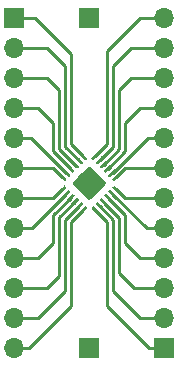
<source format=gbr>
G04 #@! TF.GenerationSoftware,KiCad,Pcbnew,(5.0.0-3-g5ebb6b6)*
G04 #@! TF.CreationDate,2019-01-26T00:17:38+00:00*
G04 #@! TF.ProjectId,QFN24_DIP,51464E32345F4449502E6B696361645F,rev?*
G04 #@! TF.SameCoordinates,Original*
G04 #@! TF.FileFunction,Copper,L1,Top,Signal*
G04 #@! TF.FilePolarity,Positive*
%FSLAX46Y46*%
G04 Gerber Fmt 4.6, Leading zero omitted, Abs format (unit mm)*
G04 Created by KiCad (PCBNEW (5.0.0-3-g5ebb6b6)) date Saturday, 26 January 2019 at 00:17:38*
%MOMM*%
%LPD*%
G01*
G04 APERTURE LIST*
G04 #@! TA.AperFunction,ComponentPad*
%ADD10R,1.700000X1.700000*%
G04 #@! TD*
G04 #@! TA.AperFunction,ComponentPad*
%ADD11O,1.700000X1.700000*%
G04 #@! TD*
G04 #@! TA.AperFunction,Conductor*
%ADD12C,0.100000*%
G04 #@! TD*
G04 #@! TA.AperFunction,SMDPad,CuDef*
%ADD13C,2.100000*%
G04 #@! TD*
G04 #@! TA.AperFunction,ViaPad*
%ADD14C,0.500000*%
G04 #@! TD*
G04 #@! TA.AperFunction,SMDPad,CuDef*
%ADD15C,0.250000*%
G04 #@! TD*
G04 #@! TA.AperFunction,Conductor*
%ADD16C,0.250000*%
G04 #@! TD*
G04 APERTURE END LIST*
D10*
G04 #@! TO.P,J1,1*
G04 #@! TO.N,/1*
X101600000Y-76200000D03*
D11*
G04 #@! TO.P,J1,2*
G04 #@! TO.N,/2*
X101600000Y-78740000D03*
G04 #@! TO.P,J1,3*
G04 #@! TO.N,/3*
X101600000Y-81280000D03*
G04 #@! TO.P,J1,4*
G04 #@! TO.N,/4*
X101600000Y-83820000D03*
G04 #@! TO.P,J1,5*
G04 #@! TO.N,/5*
X101600000Y-86360000D03*
G04 #@! TO.P,J1,6*
G04 #@! TO.N,/6*
X101600000Y-88900000D03*
G04 #@! TO.P,J1,7*
G04 #@! TO.N,/7*
X101600000Y-91440000D03*
G04 #@! TO.P,J1,8*
G04 #@! TO.N,/8*
X101600000Y-93980000D03*
G04 #@! TO.P,J1,9*
G04 #@! TO.N,/9*
X101600000Y-96520000D03*
G04 #@! TO.P,J1,10*
G04 #@! TO.N,/10*
X101600000Y-99060000D03*
G04 #@! TO.P,J1,11*
G04 #@! TO.N,/11*
X101600000Y-101600000D03*
G04 #@! TO.P,J1,12*
G04 #@! TO.N,/12*
X101600000Y-104140000D03*
G04 #@! TD*
G04 #@! TO.P,J2,12*
G04 #@! TO.N,/24*
X114300000Y-76200000D03*
G04 #@! TO.P,J2,11*
G04 #@! TO.N,/23*
X114300000Y-78740000D03*
G04 #@! TO.P,J2,10*
G04 #@! TO.N,/22*
X114300000Y-81280000D03*
G04 #@! TO.P,J2,9*
G04 #@! TO.N,/21*
X114300000Y-83820000D03*
G04 #@! TO.P,J2,8*
G04 #@! TO.N,/20*
X114300000Y-86360000D03*
G04 #@! TO.P,J2,7*
G04 #@! TO.N,/19*
X114300000Y-88900000D03*
G04 #@! TO.P,J2,6*
G04 #@! TO.N,/18*
X114300000Y-91440000D03*
G04 #@! TO.P,J2,5*
G04 #@! TO.N,/17*
X114300000Y-93980000D03*
G04 #@! TO.P,J2,4*
G04 #@! TO.N,/16*
X114300000Y-96520000D03*
G04 #@! TO.P,J2,3*
G04 #@! TO.N,/15*
X114300000Y-99060000D03*
G04 #@! TO.P,J2,2*
G04 #@! TO.N,/14*
X114300000Y-101600000D03*
D10*
G04 #@! TO.P,J2,1*
G04 #@! TO.N,/13*
X114300000Y-104140000D03*
G04 #@! TD*
G04 #@! TO.P,J3,1*
G04 #@! TO.N,/THERMALPAD*
X107950000Y-76200000D03*
G04 #@! TD*
G04 #@! TO.P,J4,1*
G04 #@! TO.N,/THERMALPAD*
X107950000Y-104140000D03*
G04 #@! TD*
D12*
G04 #@! TO.N,/THERMALPAD*
G04 #@! TO.C,U1*
G36*
X107974504Y-88789833D02*
X107998773Y-88793433D01*
X108022571Y-88799394D01*
X108045671Y-88807659D01*
X108067849Y-88818149D01*
X108088893Y-88830762D01*
X108108598Y-88845376D01*
X108126777Y-88861852D01*
X109258148Y-89993223D01*
X109274624Y-90011402D01*
X109289238Y-90031107D01*
X109301851Y-90052151D01*
X109312341Y-90074329D01*
X109320606Y-90097429D01*
X109326567Y-90121227D01*
X109330167Y-90145496D01*
X109331371Y-90170000D01*
X109330167Y-90194504D01*
X109326567Y-90218773D01*
X109320606Y-90242571D01*
X109312341Y-90265671D01*
X109301851Y-90287849D01*
X109289238Y-90308893D01*
X109274624Y-90328598D01*
X109258148Y-90346777D01*
X108126777Y-91478148D01*
X108108598Y-91494624D01*
X108088893Y-91509238D01*
X108067849Y-91521851D01*
X108045671Y-91532341D01*
X108022571Y-91540606D01*
X107998773Y-91546567D01*
X107974504Y-91550167D01*
X107950000Y-91551371D01*
X107925496Y-91550167D01*
X107901227Y-91546567D01*
X107877429Y-91540606D01*
X107854329Y-91532341D01*
X107832151Y-91521851D01*
X107811107Y-91509238D01*
X107791402Y-91494624D01*
X107773223Y-91478148D01*
X106641852Y-90346777D01*
X106625376Y-90328598D01*
X106610762Y-90308893D01*
X106598149Y-90287849D01*
X106587659Y-90265671D01*
X106579394Y-90242571D01*
X106573433Y-90218773D01*
X106569833Y-90194504D01*
X106568629Y-90170000D01*
X106569833Y-90145496D01*
X106573433Y-90121227D01*
X106579394Y-90097429D01*
X106587659Y-90074329D01*
X106598149Y-90052151D01*
X106610762Y-90031107D01*
X106625376Y-90011402D01*
X106641852Y-89993223D01*
X107773223Y-88861852D01*
X107791402Y-88845376D01*
X107811107Y-88830762D01*
X107832151Y-88818149D01*
X107854329Y-88807659D01*
X107877429Y-88799394D01*
X107901227Y-88793433D01*
X107925496Y-88789833D01*
X107950000Y-88788629D01*
X107974504Y-88789833D01*
X107974504Y-88789833D01*
G37*
D13*
G04 #@! TD*
G04 #@! TO.P,U1,25*
G04 #@! TO.N,/THERMALPAD*
X107950000Y-90170000D03*
D14*
G04 #@! TO.N,/THERMALPAD*
G04 #@! TO.C,U1*
X107950000Y-89038629D03*
X108515685Y-89604315D03*
X109081371Y-90170000D03*
X107384315Y-89604315D03*
X107950000Y-90170000D03*
X108515685Y-90735685D03*
X106818629Y-90170000D03*
X107384315Y-90735685D03*
X107950000Y-91301371D03*
D12*
G04 #@! TO.N,/1*
G36*
X107249019Y-87544539D02*
X107255086Y-87545439D01*
X107261036Y-87546929D01*
X107266811Y-87548996D01*
X107272355Y-87551618D01*
X107277616Y-87554771D01*
X107282543Y-87558425D01*
X107287087Y-87562544D01*
X107746707Y-88022164D01*
X107750826Y-88026708D01*
X107754480Y-88031635D01*
X107757633Y-88036896D01*
X107760255Y-88042440D01*
X107762322Y-88048215D01*
X107763812Y-88054165D01*
X107764712Y-88060232D01*
X107765013Y-88066358D01*
X107764712Y-88072484D01*
X107763812Y-88078551D01*
X107762322Y-88084501D01*
X107760255Y-88090276D01*
X107757633Y-88095820D01*
X107754480Y-88101081D01*
X107750826Y-88106008D01*
X107746707Y-88110552D01*
X107658319Y-88198940D01*
X107653775Y-88203059D01*
X107648848Y-88206713D01*
X107643587Y-88209866D01*
X107638043Y-88212488D01*
X107632268Y-88214555D01*
X107626318Y-88216045D01*
X107620251Y-88216945D01*
X107614125Y-88217246D01*
X107607999Y-88216945D01*
X107601932Y-88216045D01*
X107595982Y-88214555D01*
X107590207Y-88212488D01*
X107584663Y-88209866D01*
X107579402Y-88206713D01*
X107574475Y-88203059D01*
X107569931Y-88198940D01*
X107110311Y-87739320D01*
X107106192Y-87734776D01*
X107102538Y-87729849D01*
X107099385Y-87724588D01*
X107096763Y-87719044D01*
X107094696Y-87713269D01*
X107093206Y-87707319D01*
X107092306Y-87701252D01*
X107092005Y-87695126D01*
X107092306Y-87689000D01*
X107093206Y-87682933D01*
X107094696Y-87676983D01*
X107096763Y-87671208D01*
X107099385Y-87665664D01*
X107102538Y-87660403D01*
X107106192Y-87655476D01*
X107110311Y-87650932D01*
X107198699Y-87562544D01*
X107203243Y-87558425D01*
X107208170Y-87554771D01*
X107213431Y-87551618D01*
X107218975Y-87548996D01*
X107224750Y-87546929D01*
X107230700Y-87545439D01*
X107236767Y-87544539D01*
X107242893Y-87544238D01*
X107249019Y-87544539D01*
X107249019Y-87544539D01*
G37*
D15*
G04 #@! TD*
G04 #@! TO.P,U1,1*
G04 #@! TO.N,/1*
X107428509Y-87880742D03*
D12*
G04 #@! TO.N,/2*
G04 #@! TO.C,U1*
G36*
X106895465Y-87898092D02*
X106901532Y-87898992D01*
X106907482Y-87900482D01*
X106913257Y-87902549D01*
X106918801Y-87905171D01*
X106924062Y-87908324D01*
X106928989Y-87911978D01*
X106933533Y-87916097D01*
X107393153Y-88375717D01*
X107397272Y-88380261D01*
X107400926Y-88385188D01*
X107404079Y-88390449D01*
X107406701Y-88395993D01*
X107408768Y-88401768D01*
X107410258Y-88407718D01*
X107411158Y-88413785D01*
X107411459Y-88419911D01*
X107411158Y-88426037D01*
X107410258Y-88432104D01*
X107408768Y-88438054D01*
X107406701Y-88443829D01*
X107404079Y-88449373D01*
X107400926Y-88454634D01*
X107397272Y-88459561D01*
X107393153Y-88464105D01*
X107304765Y-88552493D01*
X107300221Y-88556612D01*
X107295294Y-88560266D01*
X107290033Y-88563419D01*
X107284489Y-88566041D01*
X107278714Y-88568108D01*
X107272764Y-88569598D01*
X107266697Y-88570498D01*
X107260571Y-88570799D01*
X107254445Y-88570498D01*
X107248378Y-88569598D01*
X107242428Y-88568108D01*
X107236653Y-88566041D01*
X107231109Y-88563419D01*
X107225848Y-88560266D01*
X107220921Y-88556612D01*
X107216377Y-88552493D01*
X106756757Y-88092873D01*
X106752638Y-88088329D01*
X106748984Y-88083402D01*
X106745831Y-88078141D01*
X106743209Y-88072597D01*
X106741142Y-88066822D01*
X106739652Y-88060872D01*
X106738752Y-88054805D01*
X106738451Y-88048679D01*
X106738752Y-88042553D01*
X106739652Y-88036486D01*
X106741142Y-88030536D01*
X106743209Y-88024761D01*
X106745831Y-88019217D01*
X106748984Y-88013956D01*
X106752638Y-88009029D01*
X106756757Y-88004485D01*
X106845145Y-87916097D01*
X106849689Y-87911978D01*
X106854616Y-87908324D01*
X106859877Y-87905171D01*
X106865421Y-87902549D01*
X106871196Y-87900482D01*
X106877146Y-87898992D01*
X106883213Y-87898092D01*
X106889339Y-87897791D01*
X106895465Y-87898092D01*
X106895465Y-87898092D01*
G37*
D15*
G04 #@! TD*
G04 #@! TO.P,U1,2*
G04 #@! TO.N,/2*
X107074955Y-88234295D03*
D12*
G04 #@! TO.N,/3*
G04 #@! TO.C,U1*
G36*
X106541912Y-88251646D02*
X106547979Y-88252546D01*
X106553929Y-88254036D01*
X106559704Y-88256103D01*
X106565248Y-88258725D01*
X106570509Y-88261878D01*
X106575436Y-88265532D01*
X106579980Y-88269651D01*
X107039600Y-88729271D01*
X107043719Y-88733815D01*
X107047373Y-88738742D01*
X107050526Y-88744003D01*
X107053148Y-88749547D01*
X107055215Y-88755322D01*
X107056705Y-88761272D01*
X107057605Y-88767339D01*
X107057906Y-88773465D01*
X107057605Y-88779591D01*
X107056705Y-88785658D01*
X107055215Y-88791608D01*
X107053148Y-88797383D01*
X107050526Y-88802927D01*
X107047373Y-88808188D01*
X107043719Y-88813115D01*
X107039600Y-88817659D01*
X106951212Y-88906047D01*
X106946668Y-88910166D01*
X106941741Y-88913820D01*
X106936480Y-88916973D01*
X106930936Y-88919595D01*
X106925161Y-88921662D01*
X106919211Y-88923152D01*
X106913144Y-88924052D01*
X106907018Y-88924353D01*
X106900892Y-88924052D01*
X106894825Y-88923152D01*
X106888875Y-88921662D01*
X106883100Y-88919595D01*
X106877556Y-88916973D01*
X106872295Y-88913820D01*
X106867368Y-88910166D01*
X106862824Y-88906047D01*
X106403204Y-88446427D01*
X106399085Y-88441883D01*
X106395431Y-88436956D01*
X106392278Y-88431695D01*
X106389656Y-88426151D01*
X106387589Y-88420376D01*
X106386099Y-88414426D01*
X106385199Y-88408359D01*
X106384898Y-88402233D01*
X106385199Y-88396107D01*
X106386099Y-88390040D01*
X106387589Y-88384090D01*
X106389656Y-88378315D01*
X106392278Y-88372771D01*
X106395431Y-88367510D01*
X106399085Y-88362583D01*
X106403204Y-88358039D01*
X106491592Y-88269651D01*
X106496136Y-88265532D01*
X106501063Y-88261878D01*
X106506324Y-88258725D01*
X106511868Y-88256103D01*
X106517643Y-88254036D01*
X106523593Y-88252546D01*
X106529660Y-88251646D01*
X106535786Y-88251345D01*
X106541912Y-88251646D01*
X106541912Y-88251646D01*
G37*
D15*
G04 #@! TD*
G04 #@! TO.P,U1,3*
G04 #@! TO.N,/3*
X106721402Y-88587849D03*
D12*
G04 #@! TO.N,/4*
G04 #@! TO.C,U1*
G36*
X106188359Y-88605199D02*
X106194426Y-88606099D01*
X106200376Y-88607589D01*
X106206151Y-88609656D01*
X106211695Y-88612278D01*
X106216956Y-88615431D01*
X106221883Y-88619085D01*
X106226427Y-88623204D01*
X106686047Y-89082824D01*
X106690166Y-89087368D01*
X106693820Y-89092295D01*
X106696973Y-89097556D01*
X106699595Y-89103100D01*
X106701662Y-89108875D01*
X106703152Y-89114825D01*
X106704052Y-89120892D01*
X106704353Y-89127018D01*
X106704052Y-89133144D01*
X106703152Y-89139211D01*
X106701662Y-89145161D01*
X106699595Y-89150936D01*
X106696973Y-89156480D01*
X106693820Y-89161741D01*
X106690166Y-89166668D01*
X106686047Y-89171212D01*
X106597659Y-89259600D01*
X106593115Y-89263719D01*
X106588188Y-89267373D01*
X106582927Y-89270526D01*
X106577383Y-89273148D01*
X106571608Y-89275215D01*
X106565658Y-89276705D01*
X106559591Y-89277605D01*
X106553465Y-89277906D01*
X106547339Y-89277605D01*
X106541272Y-89276705D01*
X106535322Y-89275215D01*
X106529547Y-89273148D01*
X106524003Y-89270526D01*
X106518742Y-89267373D01*
X106513815Y-89263719D01*
X106509271Y-89259600D01*
X106049651Y-88799980D01*
X106045532Y-88795436D01*
X106041878Y-88790509D01*
X106038725Y-88785248D01*
X106036103Y-88779704D01*
X106034036Y-88773929D01*
X106032546Y-88767979D01*
X106031646Y-88761912D01*
X106031345Y-88755786D01*
X106031646Y-88749660D01*
X106032546Y-88743593D01*
X106034036Y-88737643D01*
X106036103Y-88731868D01*
X106038725Y-88726324D01*
X106041878Y-88721063D01*
X106045532Y-88716136D01*
X106049651Y-88711592D01*
X106138039Y-88623204D01*
X106142583Y-88619085D01*
X106147510Y-88615431D01*
X106152771Y-88612278D01*
X106158315Y-88609656D01*
X106164090Y-88607589D01*
X106170040Y-88606099D01*
X106176107Y-88605199D01*
X106182233Y-88604898D01*
X106188359Y-88605199D01*
X106188359Y-88605199D01*
G37*
D15*
G04 #@! TD*
G04 #@! TO.P,U1,4*
G04 #@! TO.N,/4*
X106367849Y-88941402D03*
D12*
G04 #@! TO.N,/5*
G04 #@! TO.C,U1*
G36*
X105834805Y-88958752D02*
X105840872Y-88959652D01*
X105846822Y-88961142D01*
X105852597Y-88963209D01*
X105858141Y-88965831D01*
X105863402Y-88968984D01*
X105868329Y-88972638D01*
X105872873Y-88976757D01*
X106332493Y-89436377D01*
X106336612Y-89440921D01*
X106340266Y-89445848D01*
X106343419Y-89451109D01*
X106346041Y-89456653D01*
X106348108Y-89462428D01*
X106349598Y-89468378D01*
X106350498Y-89474445D01*
X106350799Y-89480571D01*
X106350498Y-89486697D01*
X106349598Y-89492764D01*
X106348108Y-89498714D01*
X106346041Y-89504489D01*
X106343419Y-89510033D01*
X106340266Y-89515294D01*
X106336612Y-89520221D01*
X106332493Y-89524765D01*
X106244105Y-89613153D01*
X106239561Y-89617272D01*
X106234634Y-89620926D01*
X106229373Y-89624079D01*
X106223829Y-89626701D01*
X106218054Y-89628768D01*
X106212104Y-89630258D01*
X106206037Y-89631158D01*
X106199911Y-89631459D01*
X106193785Y-89631158D01*
X106187718Y-89630258D01*
X106181768Y-89628768D01*
X106175993Y-89626701D01*
X106170449Y-89624079D01*
X106165188Y-89620926D01*
X106160261Y-89617272D01*
X106155717Y-89613153D01*
X105696097Y-89153533D01*
X105691978Y-89148989D01*
X105688324Y-89144062D01*
X105685171Y-89138801D01*
X105682549Y-89133257D01*
X105680482Y-89127482D01*
X105678992Y-89121532D01*
X105678092Y-89115465D01*
X105677791Y-89109339D01*
X105678092Y-89103213D01*
X105678992Y-89097146D01*
X105680482Y-89091196D01*
X105682549Y-89085421D01*
X105685171Y-89079877D01*
X105688324Y-89074616D01*
X105691978Y-89069689D01*
X105696097Y-89065145D01*
X105784485Y-88976757D01*
X105789029Y-88972638D01*
X105793956Y-88968984D01*
X105799217Y-88965831D01*
X105804761Y-88963209D01*
X105810536Y-88961142D01*
X105816486Y-88959652D01*
X105822553Y-88958752D01*
X105828679Y-88958451D01*
X105834805Y-88958752D01*
X105834805Y-88958752D01*
G37*
D15*
G04 #@! TD*
G04 #@! TO.P,U1,5*
G04 #@! TO.N,/5*
X106014295Y-89294955D03*
D12*
G04 #@! TO.N,/6*
G04 #@! TO.C,U1*
G36*
X105481252Y-89312306D02*
X105487319Y-89313206D01*
X105493269Y-89314696D01*
X105499044Y-89316763D01*
X105504588Y-89319385D01*
X105509849Y-89322538D01*
X105514776Y-89326192D01*
X105519320Y-89330311D01*
X105978940Y-89789931D01*
X105983059Y-89794475D01*
X105986713Y-89799402D01*
X105989866Y-89804663D01*
X105992488Y-89810207D01*
X105994555Y-89815982D01*
X105996045Y-89821932D01*
X105996945Y-89827999D01*
X105997246Y-89834125D01*
X105996945Y-89840251D01*
X105996045Y-89846318D01*
X105994555Y-89852268D01*
X105992488Y-89858043D01*
X105989866Y-89863587D01*
X105986713Y-89868848D01*
X105983059Y-89873775D01*
X105978940Y-89878319D01*
X105890552Y-89966707D01*
X105886008Y-89970826D01*
X105881081Y-89974480D01*
X105875820Y-89977633D01*
X105870276Y-89980255D01*
X105864501Y-89982322D01*
X105858551Y-89983812D01*
X105852484Y-89984712D01*
X105846358Y-89985013D01*
X105840232Y-89984712D01*
X105834165Y-89983812D01*
X105828215Y-89982322D01*
X105822440Y-89980255D01*
X105816896Y-89977633D01*
X105811635Y-89974480D01*
X105806708Y-89970826D01*
X105802164Y-89966707D01*
X105342544Y-89507087D01*
X105338425Y-89502543D01*
X105334771Y-89497616D01*
X105331618Y-89492355D01*
X105328996Y-89486811D01*
X105326929Y-89481036D01*
X105325439Y-89475086D01*
X105324539Y-89469019D01*
X105324238Y-89462893D01*
X105324539Y-89456767D01*
X105325439Y-89450700D01*
X105326929Y-89444750D01*
X105328996Y-89438975D01*
X105331618Y-89433431D01*
X105334771Y-89428170D01*
X105338425Y-89423243D01*
X105342544Y-89418699D01*
X105430932Y-89330311D01*
X105435476Y-89326192D01*
X105440403Y-89322538D01*
X105445664Y-89319385D01*
X105451208Y-89316763D01*
X105456983Y-89314696D01*
X105462933Y-89313206D01*
X105469000Y-89312306D01*
X105475126Y-89312005D01*
X105481252Y-89312306D01*
X105481252Y-89312306D01*
G37*
D15*
G04 #@! TD*
G04 #@! TO.P,U1,6*
G04 #@! TO.N,/6*
X105660742Y-89648509D03*
D12*
G04 #@! TO.N,/7*
G04 #@! TO.C,U1*
G36*
X105852484Y-90355288D02*
X105858551Y-90356188D01*
X105864501Y-90357678D01*
X105870276Y-90359745D01*
X105875820Y-90362367D01*
X105881081Y-90365520D01*
X105886008Y-90369174D01*
X105890552Y-90373293D01*
X105978940Y-90461681D01*
X105983059Y-90466225D01*
X105986713Y-90471152D01*
X105989866Y-90476413D01*
X105992488Y-90481957D01*
X105994555Y-90487732D01*
X105996045Y-90493682D01*
X105996945Y-90499749D01*
X105997246Y-90505875D01*
X105996945Y-90512001D01*
X105996045Y-90518068D01*
X105994555Y-90524018D01*
X105992488Y-90529793D01*
X105989866Y-90535337D01*
X105986713Y-90540598D01*
X105983059Y-90545525D01*
X105978940Y-90550069D01*
X105519320Y-91009689D01*
X105514776Y-91013808D01*
X105509849Y-91017462D01*
X105504588Y-91020615D01*
X105499044Y-91023237D01*
X105493269Y-91025304D01*
X105487319Y-91026794D01*
X105481252Y-91027694D01*
X105475126Y-91027995D01*
X105469000Y-91027694D01*
X105462933Y-91026794D01*
X105456983Y-91025304D01*
X105451208Y-91023237D01*
X105445664Y-91020615D01*
X105440403Y-91017462D01*
X105435476Y-91013808D01*
X105430932Y-91009689D01*
X105342544Y-90921301D01*
X105338425Y-90916757D01*
X105334771Y-90911830D01*
X105331618Y-90906569D01*
X105328996Y-90901025D01*
X105326929Y-90895250D01*
X105325439Y-90889300D01*
X105324539Y-90883233D01*
X105324238Y-90877107D01*
X105324539Y-90870981D01*
X105325439Y-90864914D01*
X105326929Y-90858964D01*
X105328996Y-90853189D01*
X105331618Y-90847645D01*
X105334771Y-90842384D01*
X105338425Y-90837457D01*
X105342544Y-90832913D01*
X105802164Y-90373293D01*
X105806708Y-90369174D01*
X105811635Y-90365520D01*
X105816896Y-90362367D01*
X105822440Y-90359745D01*
X105828215Y-90357678D01*
X105834165Y-90356188D01*
X105840232Y-90355288D01*
X105846358Y-90354987D01*
X105852484Y-90355288D01*
X105852484Y-90355288D01*
G37*
D15*
G04 #@! TD*
G04 #@! TO.P,U1,7*
G04 #@! TO.N,/7*
X105660742Y-90691491D03*
D12*
G04 #@! TO.N,/8*
G04 #@! TO.C,U1*
G36*
X106206037Y-90708842D02*
X106212104Y-90709742D01*
X106218054Y-90711232D01*
X106223829Y-90713299D01*
X106229373Y-90715921D01*
X106234634Y-90719074D01*
X106239561Y-90722728D01*
X106244105Y-90726847D01*
X106332493Y-90815235D01*
X106336612Y-90819779D01*
X106340266Y-90824706D01*
X106343419Y-90829967D01*
X106346041Y-90835511D01*
X106348108Y-90841286D01*
X106349598Y-90847236D01*
X106350498Y-90853303D01*
X106350799Y-90859429D01*
X106350498Y-90865555D01*
X106349598Y-90871622D01*
X106348108Y-90877572D01*
X106346041Y-90883347D01*
X106343419Y-90888891D01*
X106340266Y-90894152D01*
X106336612Y-90899079D01*
X106332493Y-90903623D01*
X105872873Y-91363243D01*
X105868329Y-91367362D01*
X105863402Y-91371016D01*
X105858141Y-91374169D01*
X105852597Y-91376791D01*
X105846822Y-91378858D01*
X105840872Y-91380348D01*
X105834805Y-91381248D01*
X105828679Y-91381549D01*
X105822553Y-91381248D01*
X105816486Y-91380348D01*
X105810536Y-91378858D01*
X105804761Y-91376791D01*
X105799217Y-91374169D01*
X105793956Y-91371016D01*
X105789029Y-91367362D01*
X105784485Y-91363243D01*
X105696097Y-91274855D01*
X105691978Y-91270311D01*
X105688324Y-91265384D01*
X105685171Y-91260123D01*
X105682549Y-91254579D01*
X105680482Y-91248804D01*
X105678992Y-91242854D01*
X105678092Y-91236787D01*
X105677791Y-91230661D01*
X105678092Y-91224535D01*
X105678992Y-91218468D01*
X105680482Y-91212518D01*
X105682549Y-91206743D01*
X105685171Y-91201199D01*
X105688324Y-91195938D01*
X105691978Y-91191011D01*
X105696097Y-91186467D01*
X106155717Y-90726847D01*
X106160261Y-90722728D01*
X106165188Y-90719074D01*
X106170449Y-90715921D01*
X106175993Y-90713299D01*
X106181768Y-90711232D01*
X106187718Y-90709742D01*
X106193785Y-90708842D01*
X106199911Y-90708541D01*
X106206037Y-90708842D01*
X106206037Y-90708842D01*
G37*
D15*
G04 #@! TD*
G04 #@! TO.P,U1,8*
G04 #@! TO.N,/8*
X106014295Y-91045045D03*
D12*
G04 #@! TO.N,/9*
G04 #@! TO.C,U1*
G36*
X106559591Y-91062395D02*
X106565658Y-91063295D01*
X106571608Y-91064785D01*
X106577383Y-91066852D01*
X106582927Y-91069474D01*
X106588188Y-91072627D01*
X106593115Y-91076281D01*
X106597659Y-91080400D01*
X106686047Y-91168788D01*
X106690166Y-91173332D01*
X106693820Y-91178259D01*
X106696973Y-91183520D01*
X106699595Y-91189064D01*
X106701662Y-91194839D01*
X106703152Y-91200789D01*
X106704052Y-91206856D01*
X106704353Y-91212982D01*
X106704052Y-91219108D01*
X106703152Y-91225175D01*
X106701662Y-91231125D01*
X106699595Y-91236900D01*
X106696973Y-91242444D01*
X106693820Y-91247705D01*
X106690166Y-91252632D01*
X106686047Y-91257176D01*
X106226427Y-91716796D01*
X106221883Y-91720915D01*
X106216956Y-91724569D01*
X106211695Y-91727722D01*
X106206151Y-91730344D01*
X106200376Y-91732411D01*
X106194426Y-91733901D01*
X106188359Y-91734801D01*
X106182233Y-91735102D01*
X106176107Y-91734801D01*
X106170040Y-91733901D01*
X106164090Y-91732411D01*
X106158315Y-91730344D01*
X106152771Y-91727722D01*
X106147510Y-91724569D01*
X106142583Y-91720915D01*
X106138039Y-91716796D01*
X106049651Y-91628408D01*
X106045532Y-91623864D01*
X106041878Y-91618937D01*
X106038725Y-91613676D01*
X106036103Y-91608132D01*
X106034036Y-91602357D01*
X106032546Y-91596407D01*
X106031646Y-91590340D01*
X106031345Y-91584214D01*
X106031646Y-91578088D01*
X106032546Y-91572021D01*
X106034036Y-91566071D01*
X106036103Y-91560296D01*
X106038725Y-91554752D01*
X106041878Y-91549491D01*
X106045532Y-91544564D01*
X106049651Y-91540020D01*
X106509271Y-91080400D01*
X106513815Y-91076281D01*
X106518742Y-91072627D01*
X106524003Y-91069474D01*
X106529547Y-91066852D01*
X106535322Y-91064785D01*
X106541272Y-91063295D01*
X106547339Y-91062395D01*
X106553465Y-91062094D01*
X106559591Y-91062395D01*
X106559591Y-91062395D01*
G37*
D15*
G04 #@! TD*
G04 #@! TO.P,U1,9*
G04 #@! TO.N,/9*
X106367849Y-91398598D03*
D12*
G04 #@! TO.N,/10*
G04 #@! TO.C,U1*
G36*
X106913144Y-91415948D02*
X106919211Y-91416848D01*
X106925161Y-91418338D01*
X106930936Y-91420405D01*
X106936480Y-91423027D01*
X106941741Y-91426180D01*
X106946668Y-91429834D01*
X106951212Y-91433953D01*
X107039600Y-91522341D01*
X107043719Y-91526885D01*
X107047373Y-91531812D01*
X107050526Y-91537073D01*
X107053148Y-91542617D01*
X107055215Y-91548392D01*
X107056705Y-91554342D01*
X107057605Y-91560409D01*
X107057906Y-91566535D01*
X107057605Y-91572661D01*
X107056705Y-91578728D01*
X107055215Y-91584678D01*
X107053148Y-91590453D01*
X107050526Y-91595997D01*
X107047373Y-91601258D01*
X107043719Y-91606185D01*
X107039600Y-91610729D01*
X106579980Y-92070349D01*
X106575436Y-92074468D01*
X106570509Y-92078122D01*
X106565248Y-92081275D01*
X106559704Y-92083897D01*
X106553929Y-92085964D01*
X106547979Y-92087454D01*
X106541912Y-92088354D01*
X106535786Y-92088655D01*
X106529660Y-92088354D01*
X106523593Y-92087454D01*
X106517643Y-92085964D01*
X106511868Y-92083897D01*
X106506324Y-92081275D01*
X106501063Y-92078122D01*
X106496136Y-92074468D01*
X106491592Y-92070349D01*
X106403204Y-91981961D01*
X106399085Y-91977417D01*
X106395431Y-91972490D01*
X106392278Y-91967229D01*
X106389656Y-91961685D01*
X106387589Y-91955910D01*
X106386099Y-91949960D01*
X106385199Y-91943893D01*
X106384898Y-91937767D01*
X106385199Y-91931641D01*
X106386099Y-91925574D01*
X106387589Y-91919624D01*
X106389656Y-91913849D01*
X106392278Y-91908305D01*
X106395431Y-91903044D01*
X106399085Y-91898117D01*
X106403204Y-91893573D01*
X106862824Y-91433953D01*
X106867368Y-91429834D01*
X106872295Y-91426180D01*
X106877556Y-91423027D01*
X106883100Y-91420405D01*
X106888875Y-91418338D01*
X106894825Y-91416848D01*
X106900892Y-91415948D01*
X106907018Y-91415647D01*
X106913144Y-91415948D01*
X106913144Y-91415948D01*
G37*
D15*
G04 #@! TD*
G04 #@! TO.P,U1,10*
G04 #@! TO.N,/10*
X106721402Y-91752151D03*
D12*
G04 #@! TO.N,/11*
G04 #@! TO.C,U1*
G36*
X107266697Y-91769502D02*
X107272764Y-91770402D01*
X107278714Y-91771892D01*
X107284489Y-91773959D01*
X107290033Y-91776581D01*
X107295294Y-91779734D01*
X107300221Y-91783388D01*
X107304765Y-91787507D01*
X107393153Y-91875895D01*
X107397272Y-91880439D01*
X107400926Y-91885366D01*
X107404079Y-91890627D01*
X107406701Y-91896171D01*
X107408768Y-91901946D01*
X107410258Y-91907896D01*
X107411158Y-91913963D01*
X107411459Y-91920089D01*
X107411158Y-91926215D01*
X107410258Y-91932282D01*
X107408768Y-91938232D01*
X107406701Y-91944007D01*
X107404079Y-91949551D01*
X107400926Y-91954812D01*
X107397272Y-91959739D01*
X107393153Y-91964283D01*
X106933533Y-92423903D01*
X106928989Y-92428022D01*
X106924062Y-92431676D01*
X106918801Y-92434829D01*
X106913257Y-92437451D01*
X106907482Y-92439518D01*
X106901532Y-92441008D01*
X106895465Y-92441908D01*
X106889339Y-92442209D01*
X106883213Y-92441908D01*
X106877146Y-92441008D01*
X106871196Y-92439518D01*
X106865421Y-92437451D01*
X106859877Y-92434829D01*
X106854616Y-92431676D01*
X106849689Y-92428022D01*
X106845145Y-92423903D01*
X106756757Y-92335515D01*
X106752638Y-92330971D01*
X106748984Y-92326044D01*
X106745831Y-92320783D01*
X106743209Y-92315239D01*
X106741142Y-92309464D01*
X106739652Y-92303514D01*
X106738752Y-92297447D01*
X106738451Y-92291321D01*
X106738752Y-92285195D01*
X106739652Y-92279128D01*
X106741142Y-92273178D01*
X106743209Y-92267403D01*
X106745831Y-92261859D01*
X106748984Y-92256598D01*
X106752638Y-92251671D01*
X106756757Y-92247127D01*
X107216377Y-91787507D01*
X107220921Y-91783388D01*
X107225848Y-91779734D01*
X107231109Y-91776581D01*
X107236653Y-91773959D01*
X107242428Y-91771892D01*
X107248378Y-91770402D01*
X107254445Y-91769502D01*
X107260571Y-91769201D01*
X107266697Y-91769502D01*
X107266697Y-91769502D01*
G37*
D15*
G04 #@! TD*
G04 #@! TO.P,U1,11*
G04 #@! TO.N,/11*
X107074955Y-92105705D03*
D12*
G04 #@! TO.N,/12*
G04 #@! TO.C,U1*
G36*
X107620251Y-92123055D02*
X107626318Y-92123955D01*
X107632268Y-92125445D01*
X107638043Y-92127512D01*
X107643587Y-92130134D01*
X107648848Y-92133287D01*
X107653775Y-92136941D01*
X107658319Y-92141060D01*
X107746707Y-92229448D01*
X107750826Y-92233992D01*
X107754480Y-92238919D01*
X107757633Y-92244180D01*
X107760255Y-92249724D01*
X107762322Y-92255499D01*
X107763812Y-92261449D01*
X107764712Y-92267516D01*
X107765013Y-92273642D01*
X107764712Y-92279768D01*
X107763812Y-92285835D01*
X107762322Y-92291785D01*
X107760255Y-92297560D01*
X107757633Y-92303104D01*
X107754480Y-92308365D01*
X107750826Y-92313292D01*
X107746707Y-92317836D01*
X107287087Y-92777456D01*
X107282543Y-92781575D01*
X107277616Y-92785229D01*
X107272355Y-92788382D01*
X107266811Y-92791004D01*
X107261036Y-92793071D01*
X107255086Y-92794561D01*
X107249019Y-92795461D01*
X107242893Y-92795762D01*
X107236767Y-92795461D01*
X107230700Y-92794561D01*
X107224750Y-92793071D01*
X107218975Y-92791004D01*
X107213431Y-92788382D01*
X107208170Y-92785229D01*
X107203243Y-92781575D01*
X107198699Y-92777456D01*
X107110311Y-92689068D01*
X107106192Y-92684524D01*
X107102538Y-92679597D01*
X107099385Y-92674336D01*
X107096763Y-92668792D01*
X107094696Y-92663017D01*
X107093206Y-92657067D01*
X107092306Y-92651000D01*
X107092005Y-92644874D01*
X107092306Y-92638748D01*
X107093206Y-92632681D01*
X107094696Y-92626731D01*
X107096763Y-92620956D01*
X107099385Y-92615412D01*
X107102538Y-92610151D01*
X107106192Y-92605224D01*
X107110311Y-92600680D01*
X107569931Y-92141060D01*
X107574475Y-92136941D01*
X107579402Y-92133287D01*
X107584663Y-92130134D01*
X107590207Y-92127512D01*
X107595982Y-92125445D01*
X107601932Y-92123955D01*
X107607999Y-92123055D01*
X107614125Y-92122754D01*
X107620251Y-92123055D01*
X107620251Y-92123055D01*
G37*
D15*
G04 #@! TD*
G04 #@! TO.P,U1,12*
G04 #@! TO.N,/12*
X107428509Y-92459258D03*
D12*
G04 #@! TO.N,/13*
G04 #@! TO.C,U1*
G36*
X108292001Y-92123055D02*
X108298068Y-92123955D01*
X108304018Y-92125445D01*
X108309793Y-92127512D01*
X108315337Y-92130134D01*
X108320598Y-92133287D01*
X108325525Y-92136941D01*
X108330069Y-92141060D01*
X108789689Y-92600680D01*
X108793808Y-92605224D01*
X108797462Y-92610151D01*
X108800615Y-92615412D01*
X108803237Y-92620956D01*
X108805304Y-92626731D01*
X108806794Y-92632681D01*
X108807694Y-92638748D01*
X108807995Y-92644874D01*
X108807694Y-92651000D01*
X108806794Y-92657067D01*
X108805304Y-92663017D01*
X108803237Y-92668792D01*
X108800615Y-92674336D01*
X108797462Y-92679597D01*
X108793808Y-92684524D01*
X108789689Y-92689068D01*
X108701301Y-92777456D01*
X108696757Y-92781575D01*
X108691830Y-92785229D01*
X108686569Y-92788382D01*
X108681025Y-92791004D01*
X108675250Y-92793071D01*
X108669300Y-92794561D01*
X108663233Y-92795461D01*
X108657107Y-92795762D01*
X108650981Y-92795461D01*
X108644914Y-92794561D01*
X108638964Y-92793071D01*
X108633189Y-92791004D01*
X108627645Y-92788382D01*
X108622384Y-92785229D01*
X108617457Y-92781575D01*
X108612913Y-92777456D01*
X108153293Y-92317836D01*
X108149174Y-92313292D01*
X108145520Y-92308365D01*
X108142367Y-92303104D01*
X108139745Y-92297560D01*
X108137678Y-92291785D01*
X108136188Y-92285835D01*
X108135288Y-92279768D01*
X108134987Y-92273642D01*
X108135288Y-92267516D01*
X108136188Y-92261449D01*
X108137678Y-92255499D01*
X108139745Y-92249724D01*
X108142367Y-92244180D01*
X108145520Y-92238919D01*
X108149174Y-92233992D01*
X108153293Y-92229448D01*
X108241681Y-92141060D01*
X108246225Y-92136941D01*
X108251152Y-92133287D01*
X108256413Y-92130134D01*
X108261957Y-92127512D01*
X108267732Y-92125445D01*
X108273682Y-92123955D01*
X108279749Y-92123055D01*
X108285875Y-92122754D01*
X108292001Y-92123055D01*
X108292001Y-92123055D01*
G37*
D15*
G04 #@! TD*
G04 #@! TO.P,U1,13*
G04 #@! TO.N,/13*
X108471491Y-92459258D03*
D12*
G04 #@! TO.N,/14*
G04 #@! TO.C,U1*
G36*
X108645555Y-91769502D02*
X108651622Y-91770402D01*
X108657572Y-91771892D01*
X108663347Y-91773959D01*
X108668891Y-91776581D01*
X108674152Y-91779734D01*
X108679079Y-91783388D01*
X108683623Y-91787507D01*
X109143243Y-92247127D01*
X109147362Y-92251671D01*
X109151016Y-92256598D01*
X109154169Y-92261859D01*
X109156791Y-92267403D01*
X109158858Y-92273178D01*
X109160348Y-92279128D01*
X109161248Y-92285195D01*
X109161549Y-92291321D01*
X109161248Y-92297447D01*
X109160348Y-92303514D01*
X109158858Y-92309464D01*
X109156791Y-92315239D01*
X109154169Y-92320783D01*
X109151016Y-92326044D01*
X109147362Y-92330971D01*
X109143243Y-92335515D01*
X109054855Y-92423903D01*
X109050311Y-92428022D01*
X109045384Y-92431676D01*
X109040123Y-92434829D01*
X109034579Y-92437451D01*
X109028804Y-92439518D01*
X109022854Y-92441008D01*
X109016787Y-92441908D01*
X109010661Y-92442209D01*
X109004535Y-92441908D01*
X108998468Y-92441008D01*
X108992518Y-92439518D01*
X108986743Y-92437451D01*
X108981199Y-92434829D01*
X108975938Y-92431676D01*
X108971011Y-92428022D01*
X108966467Y-92423903D01*
X108506847Y-91964283D01*
X108502728Y-91959739D01*
X108499074Y-91954812D01*
X108495921Y-91949551D01*
X108493299Y-91944007D01*
X108491232Y-91938232D01*
X108489742Y-91932282D01*
X108488842Y-91926215D01*
X108488541Y-91920089D01*
X108488842Y-91913963D01*
X108489742Y-91907896D01*
X108491232Y-91901946D01*
X108493299Y-91896171D01*
X108495921Y-91890627D01*
X108499074Y-91885366D01*
X108502728Y-91880439D01*
X108506847Y-91875895D01*
X108595235Y-91787507D01*
X108599779Y-91783388D01*
X108604706Y-91779734D01*
X108609967Y-91776581D01*
X108615511Y-91773959D01*
X108621286Y-91771892D01*
X108627236Y-91770402D01*
X108633303Y-91769502D01*
X108639429Y-91769201D01*
X108645555Y-91769502D01*
X108645555Y-91769502D01*
G37*
D15*
G04 #@! TD*
G04 #@! TO.P,U1,14*
G04 #@! TO.N,/14*
X108825045Y-92105705D03*
D12*
G04 #@! TO.N,/15*
G04 #@! TO.C,U1*
G36*
X108999108Y-91415948D02*
X109005175Y-91416848D01*
X109011125Y-91418338D01*
X109016900Y-91420405D01*
X109022444Y-91423027D01*
X109027705Y-91426180D01*
X109032632Y-91429834D01*
X109037176Y-91433953D01*
X109496796Y-91893573D01*
X109500915Y-91898117D01*
X109504569Y-91903044D01*
X109507722Y-91908305D01*
X109510344Y-91913849D01*
X109512411Y-91919624D01*
X109513901Y-91925574D01*
X109514801Y-91931641D01*
X109515102Y-91937767D01*
X109514801Y-91943893D01*
X109513901Y-91949960D01*
X109512411Y-91955910D01*
X109510344Y-91961685D01*
X109507722Y-91967229D01*
X109504569Y-91972490D01*
X109500915Y-91977417D01*
X109496796Y-91981961D01*
X109408408Y-92070349D01*
X109403864Y-92074468D01*
X109398937Y-92078122D01*
X109393676Y-92081275D01*
X109388132Y-92083897D01*
X109382357Y-92085964D01*
X109376407Y-92087454D01*
X109370340Y-92088354D01*
X109364214Y-92088655D01*
X109358088Y-92088354D01*
X109352021Y-92087454D01*
X109346071Y-92085964D01*
X109340296Y-92083897D01*
X109334752Y-92081275D01*
X109329491Y-92078122D01*
X109324564Y-92074468D01*
X109320020Y-92070349D01*
X108860400Y-91610729D01*
X108856281Y-91606185D01*
X108852627Y-91601258D01*
X108849474Y-91595997D01*
X108846852Y-91590453D01*
X108844785Y-91584678D01*
X108843295Y-91578728D01*
X108842395Y-91572661D01*
X108842094Y-91566535D01*
X108842395Y-91560409D01*
X108843295Y-91554342D01*
X108844785Y-91548392D01*
X108846852Y-91542617D01*
X108849474Y-91537073D01*
X108852627Y-91531812D01*
X108856281Y-91526885D01*
X108860400Y-91522341D01*
X108948788Y-91433953D01*
X108953332Y-91429834D01*
X108958259Y-91426180D01*
X108963520Y-91423027D01*
X108969064Y-91420405D01*
X108974839Y-91418338D01*
X108980789Y-91416848D01*
X108986856Y-91415948D01*
X108992982Y-91415647D01*
X108999108Y-91415948D01*
X108999108Y-91415948D01*
G37*
D15*
G04 #@! TD*
G04 #@! TO.P,U1,15*
G04 #@! TO.N,/15*
X109178598Y-91752151D03*
D12*
G04 #@! TO.N,/16*
G04 #@! TO.C,U1*
G36*
X109352661Y-91062395D02*
X109358728Y-91063295D01*
X109364678Y-91064785D01*
X109370453Y-91066852D01*
X109375997Y-91069474D01*
X109381258Y-91072627D01*
X109386185Y-91076281D01*
X109390729Y-91080400D01*
X109850349Y-91540020D01*
X109854468Y-91544564D01*
X109858122Y-91549491D01*
X109861275Y-91554752D01*
X109863897Y-91560296D01*
X109865964Y-91566071D01*
X109867454Y-91572021D01*
X109868354Y-91578088D01*
X109868655Y-91584214D01*
X109868354Y-91590340D01*
X109867454Y-91596407D01*
X109865964Y-91602357D01*
X109863897Y-91608132D01*
X109861275Y-91613676D01*
X109858122Y-91618937D01*
X109854468Y-91623864D01*
X109850349Y-91628408D01*
X109761961Y-91716796D01*
X109757417Y-91720915D01*
X109752490Y-91724569D01*
X109747229Y-91727722D01*
X109741685Y-91730344D01*
X109735910Y-91732411D01*
X109729960Y-91733901D01*
X109723893Y-91734801D01*
X109717767Y-91735102D01*
X109711641Y-91734801D01*
X109705574Y-91733901D01*
X109699624Y-91732411D01*
X109693849Y-91730344D01*
X109688305Y-91727722D01*
X109683044Y-91724569D01*
X109678117Y-91720915D01*
X109673573Y-91716796D01*
X109213953Y-91257176D01*
X109209834Y-91252632D01*
X109206180Y-91247705D01*
X109203027Y-91242444D01*
X109200405Y-91236900D01*
X109198338Y-91231125D01*
X109196848Y-91225175D01*
X109195948Y-91219108D01*
X109195647Y-91212982D01*
X109195948Y-91206856D01*
X109196848Y-91200789D01*
X109198338Y-91194839D01*
X109200405Y-91189064D01*
X109203027Y-91183520D01*
X109206180Y-91178259D01*
X109209834Y-91173332D01*
X109213953Y-91168788D01*
X109302341Y-91080400D01*
X109306885Y-91076281D01*
X109311812Y-91072627D01*
X109317073Y-91069474D01*
X109322617Y-91066852D01*
X109328392Y-91064785D01*
X109334342Y-91063295D01*
X109340409Y-91062395D01*
X109346535Y-91062094D01*
X109352661Y-91062395D01*
X109352661Y-91062395D01*
G37*
D15*
G04 #@! TD*
G04 #@! TO.P,U1,16*
G04 #@! TO.N,/16*
X109532151Y-91398598D03*
D12*
G04 #@! TO.N,/17*
G04 #@! TO.C,U1*
G36*
X109706215Y-90708842D02*
X109712282Y-90709742D01*
X109718232Y-90711232D01*
X109724007Y-90713299D01*
X109729551Y-90715921D01*
X109734812Y-90719074D01*
X109739739Y-90722728D01*
X109744283Y-90726847D01*
X110203903Y-91186467D01*
X110208022Y-91191011D01*
X110211676Y-91195938D01*
X110214829Y-91201199D01*
X110217451Y-91206743D01*
X110219518Y-91212518D01*
X110221008Y-91218468D01*
X110221908Y-91224535D01*
X110222209Y-91230661D01*
X110221908Y-91236787D01*
X110221008Y-91242854D01*
X110219518Y-91248804D01*
X110217451Y-91254579D01*
X110214829Y-91260123D01*
X110211676Y-91265384D01*
X110208022Y-91270311D01*
X110203903Y-91274855D01*
X110115515Y-91363243D01*
X110110971Y-91367362D01*
X110106044Y-91371016D01*
X110100783Y-91374169D01*
X110095239Y-91376791D01*
X110089464Y-91378858D01*
X110083514Y-91380348D01*
X110077447Y-91381248D01*
X110071321Y-91381549D01*
X110065195Y-91381248D01*
X110059128Y-91380348D01*
X110053178Y-91378858D01*
X110047403Y-91376791D01*
X110041859Y-91374169D01*
X110036598Y-91371016D01*
X110031671Y-91367362D01*
X110027127Y-91363243D01*
X109567507Y-90903623D01*
X109563388Y-90899079D01*
X109559734Y-90894152D01*
X109556581Y-90888891D01*
X109553959Y-90883347D01*
X109551892Y-90877572D01*
X109550402Y-90871622D01*
X109549502Y-90865555D01*
X109549201Y-90859429D01*
X109549502Y-90853303D01*
X109550402Y-90847236D01*
X109551892Y-90841286D01*
X109553959Y-90835511D01*
X109556581Y-90829967D01*
X109559734Y-90824706D01*
X109563388Y-90819779D01*
X109567507Y-90815235D01*
X109655895Y-90726847D01*
X109660439Y-90722728D01*
X109665366Y-90719074D01*
X109670627Y-90715921D01*
X109676171Y-90713299D01*
X109681946Y-90711232D01*
X109687896Y-90709742D01*
X109693963Y-90708842D01*
X109700089Y-90708541D01*
X109706215Y-90708842D01*
X109706215Y-90708842D01*
G37*
D15*
G04 #@! TD*
G04 #@! TO.P,U1,17*
G04 #@! TO.N,/17*
X109885705Y-91045045D03*
D12*
G04 #@! TO.N,/18*
G04 #@! TO.C,U1*
G36*
X110059768Y-90355288D02*
X110065835Y-90356188D01*
X110071785Y-90357678D01*
X110077560Y-90359745D01*
X110083104Y-90362367D01*
X110088365Y-90365520D01*
X110093292Y-90369174D01*
X110097836Y-90373293D01*
X110557456Y-90832913D01*
X110561575Y-90837457D01*
X110565229Y-90842384D01*
X110568382Y-90847645D01*
X110571004Y-90853189D01*
X110573071Y-90858964D01*
X110574561Y-90864914D01*
X110575461Y-90870981D01*
X110575762Y-90877107D01*
X110575461Y-90883233D01*
X110574561Y-90889300D01*
X110573071Y-90895250D01*
X110571004Y-90901025D01*
X110568382Y-90906569D01*
X110565229Y-90911830D01*
X110561575Y-90916757D01*
X110557456Y-90921301D01*
X110469068Y-91009689D01*
X110464524Y-91013808D01*
X110459597Y-91017462D01*
X110454336Y-91020615D01*
X110448792Y-91023237D01*
X110443017Y-91025304D01*
X110437067Y-91026794D01*
X110431000Y-91027694D01*
X110424874Y-91027995D01*
X110418748Y-91027694D01*
X110412681Y-91026794D01*
X110406731Y-91025304D01*
X110400956Y-91023237D01*
X110395412Y-91020615D01*
X110390151Y-91017462D01*
X110385224Y-91013808D01*
X110380680Y-91009689D01*
X109921060Y-90550069D01*
X109916941Y-90545525D01*
X109913287Y-90540598D01*
X109910134Y-90535337D01*
X109907512Y-90529793D01*
X109905445Y-90524018D01*
X109903955Y-90518068D01*
X109903055Y-90512001D01*
X109902754Y-90505875D01*
X109903055Y-90499749D01*
X109903955Y-90493682D01*
X109905445Y-90487732D01*
X109907512Y-90481957D01*
X109910134Y-90476413D01*
X109913287Y-90471152D01*
X109916941Y-90466225D01*
X109921060Y-90461681D01*
X110009448Y-90373293D01*
X110013992Y-90369174D01*
X110018919Y-90365520D01*
X110024180Y-90362367D01*
X110029724Y-90359745D01*
X110035499Y-90357678D01*
X110041449Y-90356188D01*
X110047516Y-90355288D01*
X110053642Y-90354987D01*
X110059768Y-90355288D01*
X110059768Y-90355288D01*
G37*
D15*
G04 #@! TD*
G04 #@! TO.P,U1,18*
G04 #@! TO.N,/18*
X110239258Y-90691491D03*
D12*
G04 #@! TO.N,/19*
G04 #@! TO.C,U1*
G36*
X110431000Y-89312306D02*
X110437067Y-89313206D01*
X110443017Y-89314696D01*
X110448792Y-89316763D01*
X110454336Y-89319385D01*
X110459597Y-89322538D01*
X110464524Y-89326192D01*
X110469068Y-89330311D01*
X110557456Y-89418699D01*
X110561575Y-89423243D01*
X110565229Y-89428170D01*
X110568382Y-89433431D01*
X110571004Y-89438975D01*
X110573071Y-89444750D01*
X110574561Y-89450700D01*
X110575461Y-89456767D01*
X110575762Y-89462893D01*
X110575461Y-89469019D01*
X110574561Y-89475086D01*
X110573071Y-89481036D01*
X110571004Y-89486811D01*
X110568382Y-89492355D01*
X110565229Y-89497616D01*
X110561575Y-89502543D01*
X110557456Y-89507087D01*
X110097836Y-89966707D01*
X110093292Y-89970826D01*
X110088365Y-89974480D01*
X110083104Y-89977633D01*
X110077560Y-89980255D01*
X110071785Y-89982322D01*
X110065835Y-89983812D01*
X110059768Y-89984712D01*
X110053642Y-89985013D01*
X110047516Y-89984712D01*
X110041449Y-89983812D01*
X110035499Y-89982322D01*
X110029724Y-89980255D01*
X110024180Y-89977633D01*
X110018919Y-89974480D01*
X110013992Y-89970826D01*
X110009448Y-89966707D01*
X109921060Y-89878319D01*
X109916941Y-89873775D01*
X109913287Y-89868848D01*
X109910134Y-89863587D01*
X109907512Y-89858043D01*
X109905445Y-89852268D01*
X109903955Y-89846318D01*
X109903055Y-89840251D01*
X109902754Y-89834125D01*
X109903055Y-89827999D01*
X109903955Y-89821932D01*
X109905445Y-89815982D01*
X109907512Y-89810207D01*
X109910134Y-89804663D01*
X109913287Y-89799402D01*
X109916941Y-89794475D01*
X109921060Y-89789931D01*
X110380680Y-89330311D01*
X110385224Y-89326192D01*
X110390151Y-89322538D01*
X110395412Y-89319385D01*
X110400956Y-89316763D01*
X110406731Y-89314696D01*
X110412681Y-89313206D01*
X110418748Y-89312306D01*
X110424874Y-89312005D01*
X110431000Y-89312306D01*
X110431000Y-89312306D01*
G37*
D15*
G04 #@! TD*
G04 #@! TO.P,U1,19*
G04 #@! TO.N,/19*
X110239258Y-89648509D03*
D12*
G04 #@! TO.N,/20*
G04 #@! TO.C,U1*
G36*
X110077447Y-88958752D02*
X110083514Y-88959652D01*
X110089464Y-88961142D01*
X110095239Y-88963209D01*
X110100783Y-88965831D01*
X110106044Y-88968984D01*
X110110971Y-88972638D01*
X110115515Y-88976757D01*
X110203903Y-89065145D01*
X110208022Y-89069689D01*
X110211676Y-89074616D01*
X110214829Y-89079877D01*
X110217451Y-89085421D01*
X110219518Y-89091196D01*
X110221008Y-89097146D01*
X110221908Y-89103213D01*
X110222209Y-89109339D01*
X110221908Y-89115465D01*
X110221008Y-89121532D01*
X110219518Y-89127482D01*
X110217451Y-89133257D01*
X110214829Y-89138801D01*
X110211676Y-89144062D01*
X110208022Y-89148989D01*
X110203903Y-89153533D01*
X109744283Y-89613153D01*
X109739739Y-89617272D01*
X109734812Y-89620926D01*
X109729551Y-89624079D01*
X109724007Y-89626701D01*
X109718232Y-89628768D01*
X109712282Y-89630258D01*
X109706215Y-89631158D01*
X109700089Y-89631459D01*
X109693963Y-89631158D01*
X109687896Y-89630258D01*
X109681946Y-89628768D01*
X109676171Y-89626701D01*
X109670627Y-89624079D01*
X109665366Y-89620926D01*
X109660439Y-89617272D01*
X109655895Y-89613153D01*
X109567507Y-89524765D01*
X109563388Y-89520221D01*
X109559734Y-89515294D01*
X109556581Y-89510033D01*
X109553959Y-89504489D01*
X109551892Y-89498714D01*
X109550402Y-89492764D01*
X109549502Y-89486697D01*
X109549201Y-89480571D01*
X109549502Y-89474445D01*
X109550402Y-89468378D01*
X109551892Y-89462428D01*
X109553959Y-89456653D01*
X109556581Y-89451109D01*
X109559734Y-89445848D01*
X109563388Y-89440921D01*
X109567507Y-89436377D01*
X110027127Y-88976757D01*
X110031671Y-88972638D01*
X110036598Y-88968984D01*
X110041859Y-88965831D01*
X110047403Y-88963209D01*
X110053178Y-88961142D01*
X110059128Y-88959652D01*
X110065195Y-88958752D01*
X110071321Y-88958451D01*
X110077447Y-88958752D01*
X110077447Y-88958752D01*
G37*
D15*
G04 #@! TD*
G04 #@! TO.P,U1,20*
G04 #@! TO.N,/20*
X109885705Y-89294955D03*
D12*
G04 #@! TO.N,/21*
G04 #@! TO.C,U1*
G36*
X109723893Y-88605199D02*
X109729960Y-88606099D01*
X109735910Y-88607589D01*
X109741685Y-88609656D01*
X109747229Y-88612278D01*
X109752490Y-88615431D01*
X109757417Y-88619085D01*
X109761961Y-88623204D01*
X109850349Y-88711592D01*
X109854468Y-88716136D01*
X109858122Y-88721063D01*
X109861275Y-88726324D01*
X109863897Y-88731868D01*
X109865964Y-88737643D01*
X109867454Y-88743593D01*
X109868354Y-88749660D01*
X109868655Y-88755786D01*
X109868354Y-88761912D01*
X109867454Y-88767979D01*
X109865964Y-88773929D01*
X109863897Y-88779704D01*
X109861275Y-88785248D01*
X109858122Y-88790509D01*
X109854468Y-88795436D01*
X109850349Y-88799980D01*
X109390729Y-89259600D01*
X109386185Y-89263719D01*
X109381258Y-89267373D01*
X109375997Y-89270526D01*
X109370453Y-89273148D01*
X109364678Y-89275215D01*
X109358728Y-89276705D01*
X109352661Y-89277605D01*
X109346535Y-89277906D01*
X109340409Y-89277605D01*
X109334342Y-89276705D01*
X109328392Y-89275215D01*
X109322617Y-89273148D01*
X109317073Y-89270526D01*
X109311812Y-89267373D01*
X109306885Y-89263719D01*
X109302341Y-89259600D01*
X109213953Y-89171212D01*
X109209834Y-89166668D01*
X109206180Y-89161741D01*
X109203027Y-89156480D01*
X109200405Y-89150936D01*
X109198338Y-89145161D01*
X109196848Y-89139211D01*
X109195948Y-89133144D01*
X109195647Y-89127018D01*
X109195948Y-89120892D01*
X109196848Y-89114825D01*
X109198338Y-89108875D01*
X109200405Y-89103100D01*
X109203027Y-89097556D01*
X109206180Y-89092295D01*
X109209834Y-89087368D01*
X109213953Y-89082824D01*
X109673573Y-88623204D01*
X109678117Y-88619085D01*
X109683044Y-88615431D01*
X109688305Y-88612278D01*
X109693849Y-88609656D01*
X109699624Y-88607589D01*
X109705574Y-88606099D01*
X109711641Y-88605199D01*
X109717767Y-88604898D01*
X109723893Y-88605199D01*
X109723893Y-88605199D01*
G37*
D15*
G04 #@! TD*
G04 #@! TO.P,U1,21*
G04 #@! TO.N,/21*
X109532151Y-88941402D03*
D12*
G04 #@! TO.N,/22*
G04 #@! TO.C,U1*
G36*
X109370340Y-88251646D02*
X109376407Y-88252546D01*
X109382357Y-88254036D01*
X109388132Y-88256103D01*
X109393676Y-88258725D01*
X109398937Y-88261878D01*
X109403864Y-88265532D01*
X109408408Y-88269651D01*
X109496796Y-88358039D01*
X109500915Y-88362583D01*
X109504569Y-88367510D01*
X109507722Y-88372771D01*
X109510344Y-88378315D01*
X109512411Y-88384090D01*
X109513901Y-88390040D01*
X109514801Y-88396107D01*
X109515102Y-88402233D01*
X109514801Y-88408359D01*
X109513901Y-88414426D01*
X109512411Y-88420376D01*
X109510344Y-88426151D01*
X109507722Y-88431695D01*
X109504569Y-88436956D01*
X109500915Y-88441883D01*
X109496796Y-88446427D01*
X109037176Y-88906047D01*
X109032632Y-88910166D01*
X109027705Y-88913820D01*
X109022444Y-88916973D01*
X109016900Y-88919595D01*
X109011125Y-88921662D01*
X109005175Y-88923152D01*
X108999108Y-88924052D01*
X108992982Y-88924353D01*
X108986856Y-88924052D01*
X108980789Y-88923152D01*
X108974839Y-88921662D01*
X108969064Y-88919595D01*
X108963520Y-88916973D01*
X108958259Y-88913820D01*
X108953332Y-88910166D01*
X108948788Y-88906047D01*
X108860400Y-88817659D01*
X108856281Y-88813115D01*
X108852627Y-88808188D01*
X108849474Y-88802927D01*
X108846852Y-88797383D01*
X108844785Y-88791608D01*
X108843295Y-88785658D01*
X108842395Y-88779591D01*
X108842094Y-88773465D01*
X108842395Y-88767339D01*
X108843295Y-88761272D01*
X108844785Y-88755322D01*
X108846852Y-88749547D01*
X108849474Y-88744003D01*
X108852627Y-88738742D01*
X108856281Y-88733815D01*
X108860400Y-88729271D01*
X109320020Y-88269651D01*
X109324564Y-88265532D01*
X109329491Y-88261878D01*
X109334752Y-88258725D01*
X109340296Y-88256103D01*
X109346071Y-88254036D01*
X109352021Y-88252546D01*
X109358088Y-88251646D01*
X109364214Y-88251345D01*
X109370340Y-88251646D01*
X109370340Y-88251646D01*
G37*
D15*
G04 #@! TD*
G04 #@! TO.P,U1,22*
G04 #@! TO.N,/22*
X109178598Y-88587849D03*
D12*
G04 #@! TO.N,/23*
G04 #@! TO.C,U1*
G36*
X109016787Y-87898092D02*
X109022854Y-87898992D01*
X109028804Y-87900482D01*
X109034579Y-87902549D01*
X109040123Y-87905171D01*
X109045384Y-87908324D01*
X109050311Y-87911978D01*
X109054855Y-87916097D01*
X109143243Y-88004485D01*
X109147362Y-88009029D01*
X109151016Y-88013956D01*
X109154169Y-88019217D01*
X109156791Y-88024761D01*
X109158858Y-88030536D01*
X109160348Y-88036486D01*
X109161248Y-88042553D01*
X109161549Y-88048679D01*
X109161248Y-88054805D01*
X109160348Y-88060872D01*
X109158858Y-88066822D01*
X109156791Y-88072597D01*
X109154169Y-88078141D01*
X109151016Y-88083402D01*
X109147362Y-88088329D01*
X109143243Y-88092873D01*
X108683623Y-88552493D01*
X108679079Y-88556612D01*
X108674152Y-88560266D01*
X108668891Y-88563419D01*
X108663347Y-88566041D01*
X108657572Y-88568108D01*
X108651622Y-88569598D01*
X108645555Y-88570498D01*
X108639429Y-88570799D01*
X108633303Y-88570498D01*
X108627236Y-88569598D01*
X108621286Y-88568108D01*
X108615511Y-88566041D01*
X108609967Y-88563419D01*
X108604706Y-88560266D01*
X108599779Y-88556612D01*
X108595235Y-88552493D01*
X108506847Y-88464105D01*
X108502728Y-88459561D01*
X108499074Y-88454634D01*
X108495921Y-88449373D01*
X108493299Y-88443829D01*
X108491232Y-88438054D01*
X108489742Y-88432104D01*
X108488842Y-88426037D01*
X108488541Y-88419911D01*
X108488842Y-88413785D01*
X108489742Y-88407718D01*
X108491232Y-88401768D01*
X108493299Y-88395993D01*
X108495921Y-88390449D01*
X108499074Y-88385188D01*
X108502728Y-88380261D01*
X108506847Y-88375717D01*
X108966467Y-87916097D01*
X108971011Y-87911978D01*
X108975938Y-87908324D01*
X108981199Y-87905171D01*
X108986743Y-87902549D01*
X108992518Y-87900482D01*
X108998468Y-87898992D01*
X109004535Y-87898092D01*
X109010661Y-87897791D01*
X109016787Y-87898092D01*
X109016787Y-87898092D01*
G37*
D15*
G04 #@! TD*
G04 #@! TO.P,U1,23*
G04 #@! TO.N,/23*
X108825045Y-88234295D03*
D12*
G04 #@! TO.N,/24*
G04 #@! TO.C,U1*
G36*
X108663233Y-87544539D02*
X108669300Y-87545439D01*
X108675250Y-87546929D01*
X108681025Y-87548996D01*
X108686569Y-87551618D01*
X108691830Y-87554771D01*
X108696757Y-87558425D01*
X108701301Y-87562544D01*
X108789689Y-87650932D01*
X108793808Y-87655476D01*
X108797462Y-87660403D01*
X108800615Y-87665664D01*
X108803237Y-87671208D01*
X108805304Y-87676983D01*
X108806794Y-87682933D01*
X108807694Y-87689000D01*
X108807995Y-87695126D01*
X108807694Y-87701252D01*
X108806794Y-87707319D01*
X108805304Y-87713269D01*
X108803237Y-87719044D01*
X108800615Y-87724588D01*
X108797462Y-87729849D01*
X108793808Y-87734776D01*
X108789689Y-87739320D01*
X108330069Y-88198940D01*
X108325525Y-88203059D01*
X108320598Y-88206713D01*
X108315337Y-88209866D01*
X108309793Y-88212488D01*
X108304018Y-88214555D01*
X108298068Y-88216045D01*
X108292001Y-88216945D01*
X108285875Y-88217246D01*
X108279749Y-88216945D01*
X108273682Y-88216045D01*
X108267732Y-88214555D01*
X108261957Y-88212488D01*
X108256413Y-88209866D01*
X108251152Y-88206713D01*
X108246225Y-88203059D01*
X108241681Y-88198940D01*
X108153293Y-88110552D01*
X108149174Y-88106008D01*
X108145520Y-88101081D01*
X108142367Y-88095820D01*
X108139745Y-88090276D01*
X108137678Y-88084501D01*
X108136188Y-88078551D01*
X108135288Y-88072484D01*
X108134987Y-88066358D01*
X108135288Y-88060232D01*
X108136188Y-88054165D01*
X108137678Y-88048215D01*
X108139745Y-88042440D01*
X108142367Y-88036896D01*
X108145520Y-88031635D01*
X108149174Y-88026708D01*
X108153293Y-88022164D01*
X108612913Y-87562544D01*
X108617457Y-87558425D01*
X108622384Y-87554771D01*
X108627645Y-87551618D01*
X108633189Y-87548996D01*
X108638964Y-87546929D01*
X108644914Y-87545439D01*
X108650981Y-87544539D01*
X108657107Y-87544238D01*
X108663233Y-87544539D01*
X108663233Y-87544539D01*
G37*
D15*
G04 #@! TD*
G04 #@! TO.P,U1,24*
G04 #@! TO.N,/24*
X108471491Y-87880742D03*
D16*
G04 #@! TO.N,/1*
X103378000Y-76200000D02*
X101600000Y-76200000D01*
X106426000Y-79248000D02*
X103378000Y-76200000D01*
X106426000Y-86878233D02*
X106426000Y-79248000D01*
X107428509Y-87880742D02*
X106426000Y-86878233D01*
G04 #@! TO.N,/2*
X105918000Y-80264000D02*
X104394000Y-78740000D01*
X105918000Y-87077340D02*
X105918000Y-80264000D01*
X104394000Y-78740000D02*
X101600000Y-78740000D01*
X107074955Y-88234295D02*
X105918000Y-87077340D01*
G04 #@! TO.N,/3*
X105410000Y-82296000D02*
X104394000Y-81280000D01*
X104394000Y-81280000D02*
X101600000Y-81280000D01*
X105410000Y-87276447D02*
X105410000Y-82296000D01*
X106721402Y-88587849D02*
X105410000Y-87276447D01*
G04 #@! TO.N,/4*
X106367849Y-88941402D02*
X104902000Y-87475553D01*
X104902000Y-87475553D02*
X104902000Y-85090000D01*
X103632000Y-83820000D02*
X101600000Y-83820000D01*
X104902000Y-85090000D02*
X103632000Y-83820000D01*
G04 #@! TO.N,/5*
X102802081Y-86360000D02*
X101600000Y-86360000D01*
X103008645Y-86360000D02*
X102802081Y-86360000D01*
X105943600Y-89294955D02*
X103008645Y-86360000D01*
X106014295Y-89294955D02*
X105943600Y-89294955D01*
G04 #@! TO.N,/6*
X105316028Y-89303795D02*
X105305795Y-89303795D01*
X105660742Y-89648509D02*
X105316028Y-89303795D01*
X104902000Y-88900000D02*
X101600000Y-88900000D01*
X105305795Y-89303795D02*
X104902000Y-88900000D01*
G04 #@! TO.N,/7*
X105660742Y-90691491D02*
X104912233Y-91440000D01*
X104912233Y-91440000D02*
X101600000Y-91440000D01*
G04 #@! TO.N,/8*
X103079340Y-93980000D02*
X101600000Y-93980000D01*
X106014295Y-91045045D02*
X103079340Y-93980000D01*
G04 #@! TO.N,/9*
X106367849Y-91398598D02*
X104902000Y-92864447D01*
X104902000Y-92864447D02*
X104902000Y-95250000D01*
X103632000Y-96520000D02*
X101600000Y-96520000D01*
X104902000Y-95250000D02*
X103632000Y-96520000D01*
G04 #@! TO.N,/10*
X104394000Y-99060000D02*
X101600000Y-99060000D01*
X105410000Y-98044000D02*
X104394000Y-99060000D01*
X105410000Y-93063553D02*
X105410000Y-98044000D01*
X106721402Y-91752151D02*
X105410000Y-93063553D01*
G04 #@! TO.N,/11*
X103632000Y-101600000D02*
X101600000Y-101600000D01*
X105918000Y-99314000D02*
X103632000Y-101600000D01*
X105918000Y-93262660D02*
X105918000Y-99314000D01*
X107074955Y-92105705D02*
X105918000Y-93262660D01*
G04 #@! TO.N,/12*
X106426000Y-93461767D02*
X107428509Y-92459258D01*
X106426000Y-100584000D02*
X106426000Y-93461767D01*
X102870000Y-104140000D02*
X106426000Y-100584000D01*
X101600000Y-104140000D02*
X102870000Y-104140000D01*
G04 #@! TO.N,/24*
X109474000Y-78994000D02*
X112268000Y-76200000D01*
X109474000Y-86878233D02*
X109474000Y-78994000D01*
X112522000Y-76200000D02*
X114300000Y-76200000D01*
X112268000Y-76200000D02*
X112522000Y-76200000D01*
X108471491Y-87880742D02*
X109474000Y-86878233D01*
G04 #@! TO.N,/23*
X111506000Y-78740000D02*
X114300000Y-78740000D01*
X109982000Y-80264000D02*
X111506000Y-78740000D01*
X109982000Y-87077340D02*
X109982000Y-80264000D01*
X108825045Y-88234295D02*
X109982000Y-87077340D01*
G04 #@! TO.N,/22*
X111506000Y-81280000D02*
X114300000Y-81280000D01*
X110490000Y-82296000D02*
X111506000Y-81280000D01*
X110490000Y-87276447D02*
X110490000Y-82296000D01*
X109178598Y-88587849D02*
X110490000Y-87276447D01*
G04 #@! TO.N,/21*
X112268000Y-83820000D02*
X114300000Y-83820000D01*
X110998000Y-85090000D02*
X112268000Y-83820000D01*
X110998000Y-87475553D02*
X110998000Y-85090000D01*
X109532151Y-88941402D02*
X110998000Y-87475553D01*
G04 #@! TO.N,/20*
X112891355Y-86360000D02*
X113097919Y-86360000D01*
X113097919Y-86360000D02*
X114300000Y-86360000D01*
X109956400Y-89294955D02*
X112891355Y-86360000D01*
X109885705Y-89294955D02*
X109956400Y-89294955D01*
G04 #@! TO.N,/19*
X110987767Y-88900000D02*
X114300000Y-88900000D01*
X110239258Y-89648509D02*
X110987767Y-88900000D01*
G04 #@! TO.N,/18*
X110239258Y-90691491D02*
X110987767Y-91440000D01*
X110987767Y-91440000D02*
X114300000Y-91440000D01*
G04 #@! TO.N,/17*
X112820660Y-93980000D02*
X114300000Y-93980000D01*
X109885705Y-91045045D02*
X112820660Y-93980000D01*
G04 #@! TO.N,/16*
X109532151Y-91398598D02*
X110998000Y-92864447D01*
X110998000Y-92864447D02*
X110998000Y-95250000D01*
X112268000Y-96520000D02*
X114300000Y-96520000D01*
X110998000Y-95250000D02*
X112268000Y-96520000D01*
G04 #@! TO.N,/15*
X111760000Y-99060000D02*
X114300000Y-99060000D01*
X110490000Y-97790000D02*
X111760000Y-99060000D01*
X109178598Y-91822846D02*
X110490000Y-93134248D01*
X110490000Y-93134248D02*
X110490000Y-97790000D01*
X109178598Y-91752151D02*
X109178598Y-91822846D01*
G04 #@! TO.N,/14*
X109982000Y-99314000D02*
X112268000Y-101600000D01*
X112268000Y-101600000D02*
X114300000Y-101600000D01*
X109982000Y-93262660D02*
X109982000Y-99314000D01*
X108825045Y-92105705D02*
X109982000Y-93262660D01*
G04 #@! TO.N,/13*
X109474000Y-100584000D02*
X113030000Y-104140000D01*
X109474000Y-93461767D02*
X109474000Y-100584000D01*
X113030000Y-104140000D02*
X114300000Y-104140000D01*
X108471491Y-92459258D02*
X109474000Y-93461767D01*
G04 #@! TD*
M02*

</source>
